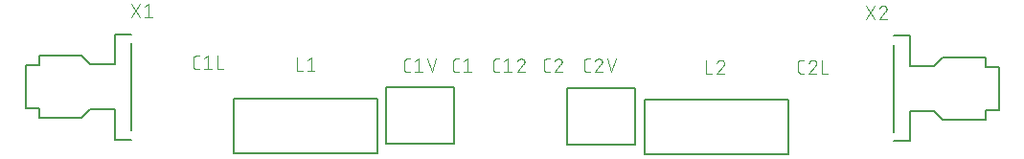
<source format=gbr>
G04 EAGLE Gerber RS-274X export*
G75*
%MOMM*%
%FSLAX34Y34*%
%LPD*%
%INSilkscreen Top*%
%IPPOS*%
%AMOC8*
5,1,8,0,0,1.08239X$1,22.5*%
G01*
%ADD10C,0.101600*%
%ADD11C,0.127000*%
%ADD12C,0.203200*%


D10*
X300341Y103378D02*
X297744Y103378D01*
X297645Y103380D01*
X297545Y103386D01*
X297446Y103395D01*
X297348Y103408D01*
X297250Y103425D01*
X297152Y103446D01*
X297056Y103471D01*
X296961Y103499D01*
X296867Y103531D01*
X296774Y103566D01*
X296682Y103605D01*
X296592Y103648D01*
X296504Y103693D01*
X296417Y103743D01*
X296333Y103795D01*
X296250Y103851D01*
X296170Y103909D01*
X296092Y103971D01*
X296017Y104036D01*
X295944Y104104D01*
X295874Y104174D01*
X295806Y104247D01*
X295741Y104322D01*
X295679Y104400D01*
X295621Y104480D01*
X295565Y104563D01*
X295513Y104647D01*
X295463Y104734D01*
X295418Y104822D01*
X295375Y104912D01*
X295336Y105004D01*
X295301Y105097D01*
X295269Y105191D01*
X295241Y105286D01*
X295216Y105382D01*
X295195Y105480D01*
X295178Y105578D01*
X295165Y105676D01*
X295156Y105775D01*
X295150Y105875D01*
X295148Y105974D01*
X295148Y112466D01*
X295150Y112565D01*
X295156Y112665D01*
X295165Y112764D01*
X295178Y112862D01*
X295195Y112960D01*
X295216Y113058D01*
X295241Y113154D01*
X295269Y113249D01*
X295301Y113343D01*
X295336Y113436D01*
X295375Y113528D01*
X295418Y113618D01*
X295463Y113706D01*
X295513Y113793D01*
X295565Y113877D01*
X295621Y113960D01*
X295679Y114040D01*
X295741Y114118D01*
X295806Y114193D01*
X295874Y114266D01*
X295944Y114336D01*
X296017Y114404D01*
X296092Y114469D01*
X296170Y114531D01*
X296250Y114589D01*
X296333Y114645D01*
X296417Y114697D01*
X296504Y114747D01*
X296592Y114792D01*
X296682Y114835D01*
X296774Y114874D01*
X296866Y114909D01*
X296961Y114941D01*
X297056Y114969D01*
X297152Y114994D01*
X297250Y115015D01*
X297348Y115032D01*
X297446Y115045D01*
X297545Y115054D01*
X297645Y115060D01*
X297744Y115062D01*
X300341Y115062D01*
X304706Y112466D02*
X307952Y115062D01*
X307952Y103378D01*
X311197Y103378D02*
X304706Y103378D01*
X333304Y103378D02*
X335901Y103378D01*
X333304Y103378D02*
X333205Y103380D01*
X333105Y103386D01*
X333006Y103395D01*
X332908Y103408D01*
X332810Y103425D01*
X332712Y103446D01*
X332616Y103471D01*
X332521Y103499D01*
X332427Y103531D01*
X332334Y103566D01*
X332242Y103605D01*
X332152Y103648D01*
X332064Y103693D01*
X331977Y103743D01*
X331893Y103795D01*
X331810Y103851D01*
X331730Y103909D01*
X331652Y103971D01*
X331577Y104036D01*
X331504Y104104D01*
X331434Y104174D01*
X331366Y104247D01*
X331301Y104322D01*
X331239Y104400D01*
X331181Y104480D01*
X331125Y104563D01*
X331073Y104647D01*
X331023Y104734D01*
X330978Y104822D01*
X330935Y104912D01*
X330896Y105004D01*
X330861Y105097D01*
X330829Y105191D01*
X330801Y105286D01*
X330776Y105382D01*
X330755Y105480D01*
X330738Y105578D01*
X330725Y105676D01*
X330716Y105775D01*
X330710Y105875D01*
X330708Y105974D01*
X330708Y112466D01*
X330710Y112565D01*
X330716Y112665D01*
X330725Y112764D01*
X330738Y112862D01*
X330755Y112960D01*
X330776Y113058D01*
X330801Y113154D01*
X330829Y113249D01*
X330861Y113343D01*
X330896Y113436D01*
X330935Y113528D01*
X330978Y113618D01*
X331023Y113706D01*
X331073Y113793D01*
X331125Y113877D01*
X331181Y113960D01*
X331239Y114040D01*
X331301Y114118D01*
X331366Y114193D01*
X331434Y114266D01*
X331504Y114336D01*
X331577Y114404D01*
X331652Y114469D01*
X331730Y114531D01*
X331810Y114589D01*
X331893Y114645D01*
X331977Y114697D01*
X332064Y114747D01*
X332152Y114792D01*
X332242Y114835D01*
X332334Y114874D01*
X332426Y114909D01*
X332521Y114941D01*
X332616Y114969D01*
X332712Y114994D01*
X332810Y115015D01*
X332908Y115032D01*
X333006Y115045D01*
X333105Y115054D01*
X333205Y115060D01*
X333304Y115062D01*
X335901Y115062D01*
X340266Y112466D02*
X343512Y115062D01*
X343512Y103378D01*
X346757Y103378D02*
X340266Y103378D01*
X355266Y115062D02*
X355373Y115060D01*
X355479Y115054D01*
X355585Y115044D01*
X355691Y115031D01*
X355797Y115013D01*
X355901Y114992D01*
X356005Y114967D01*
X356108Y114938D01*
X356209Y114906D01*
X356309Y114869D01*
X356408Y114829D01*
X356506Y114786D01*
X356602Y114739D01*
X356696Y114688D01*
X356788Y114634D01*
X356878Y114577D01*
X356966Y114517D01*
X357051Y114453D01*
X357134Y114386D01*
X357215Y114316D01*
X357293Y114244D01*
X357369Y114168D01*
X357441Y114090D01*
X357511Y114009D01*
X357578Y113926D01*
X357642Y113841D01*
X357702Y113753D01*
X357759Y113663D01*
X357813Y113571D01*
X357864Y113477D01*
X357911Y113381D01*
X357954Y113283D01*
X357994Y113184D01*
X358031Y113084D01*
X358063Y112983D01*
X358092Y112880D01*
X358117Y112776D01*
X358138Y112672D01*
X358156Y112566D01*
X358169Y112460D01*
X358179Y112354D01*
X358185Y112248D01*
X358187Y112141D01*
X355266Y115062D02*
X355145Y115060D01*
X355024Y115054D01*
X354904Y115044D01*
X354783Y115031D01*
X354664Y115013D01*
X354544Y114992D01*
X354426Y114967D01*
X354309Y114938D01*
X354192Y114905D01*
X354077Y114869D01*
X353963Y114828D01*
X353850Y114785D01*
X353738Y114737D01*
X353629Y114686D01*
X353521Y114631D01*
X353414Y114573D01*
X353310Y114512D01*
X353208Y114447D01*
X353108Y114379D01*
X353010Y114308D01*
X352914Y114234D01*
X352821Y114157D01*
X352731Y114076D01*
X352643Y113993D01*
X352558Y113907D01*
X352475Y113818D01*
X352396Y113727D01*
X352319Y113633D01*
X352246Y113537D01*
X352176Y113439D01*
X352109Y113338D01*
X352045Y113235D01*
X351985Y113130D01*
X351928Y113023D01*
X351874Y112915D01*
X351824Y112805D01*
X351778Y112693D01*
X351735Y112580D01*
X351696Y112465D01*
X357214Y109869D02*
X357293Y109946D01*
X357369Y110027D01*
X357442Y110110D01*
X357512Y110195D01*
X357579Y110283D01*
X357643Y110373D01*
X357703Y110465D01*
X357760Y110560D01*
X357814Y110656D01*
X357865Y110754D01*
X357912Y110854D01*
X357956Y110956D01*
X357996Y111059D01*
X358032Y111163D01*
X358064Y111269D01*
X358093Y111375D01*
X358118Y111483D01*
X358140Y111591D01*
X358157Y111701D01*
X358171Y111810D01*
X358180Y111920D01*
X358186Y112031D01*
X358188Y112141D01*
X357214Y109869D02*
X351696Y103378D01*
X358187Y103378D01*
X70471Y105918D02*
X67874Y105918D01*
X67775Y105920D01*
X67675Y105926D01*
X67576Y105935D01*
X67478Y105948D01*
X67380Y105965D01*
X67282Y105986D01*
X67186Y106011D01*
X67091Y106039D01*
X66997Y106071D01*
X66904Y106106D01*
X66812Y106145D01*
X66722Y106188D01*
X66634Y106233D01*
X66547Y106283D01*
X66463Y106335D01*
X66380Y106391D01*
X66300Y106449D01*
X66222Y106511D01*
X66147Y106576D01*
X66074Y106644D01*
X66004Y106714D01*
X65936Y106787D01*
X65871Y106862D01*
X65809Y106940D01*
X65751Y107020D01*
X65695Y107103D01*
X65643Y107187D01*
X65593Y107274D01*
X65548Y107362D01*
X65505Y107452D01*
X65466Y107544D01*
X65431Y107637D01*
X65399Y107731D01*
X65371Y107826D01*
X65346Y107922D01*
X65325Y108020D01*
X65308Y108118D01*
X65295Y108216D01*
X65286Y108315D01*
X65280Y108415D01*
X65278Y108514D01*
X65278Y115006D01*
X65280Y115105D01*
X65286Y115205D01*
X65295Y115304D01*
X65308Y115402D01*
X65325Y115500D01*
X65346Y115598D01*
X65371Y115694D01*
X65399Y115789D01*
X65431Y115883D01*
X65466Y115976D01*
X65505Y116068D01*
X65548Y116158D01*
X65593Y116246D01*
X65643Y116333D01*
X65695Y116417D01*
X65751Y116500D01*
X65809Y116580D01*
X65871Y116658D01*
X65936Y116733D01*
X66004Y116806D01*
X66074Y116876D01*
X66147Y116944D01*
X66222Y117009D01*
X66300Y117071D01*
X66380Y117129D01*
X66463Y117185D01*
X66547Y117237D01*
X66634Y117287D01*
X66722Y117332D01*
X66812Y117375D01*
X66904Y117414D01*
X66996Y117449D01*
X67091Y117481D01*
X67186Y117509D01*
X67282Y117534D01*
X67380Y117555D01*
X67478Y117572D01*
X67576Y117585D01*
X67675Y117594D01*
X67775Y117600D01*
X67874Y117602D01*
X70471Y117602D01*
X74836Y115006D02*
X78082Y117602D01*
X78082Y105918D01*
X81327Y105918D02*
X74836Y105918D01*
X86670Y105918D02*
X86670Y117602D01*
X86670Y105918D02*
X91863Y105918D01*
D11*
X236220Y90170D02*
X236220Y40170D01*
X296220Y40170D01*
X296220Y90170D01*
X236220Y90170D01*
D10*
X254564Y103378D02*
X257161Y103378D01*
X254564Y103378D02*
X254465Y103380D01*
X254365Y103386D01*
X254266Y103395D01*
X254168Y103408D01*
X254070Y103425D01*
X253972Y103446D01*
X253876Y103471D01*
X253781Y103499D01*
X253687Y103531D01*
X253594Y103566D01*
X253502Y103605D01*
X253412Y103648D01*
X253324Y103693D01*
X253237Y103743D01*
X253153Y103795D01*
X253070Y103851D01*
X252990Y103909D01*
X252912Y103971D01*
X252837Y104036D01*
X252764Y104104D01*
X252694Y104174D01*
X252626Y104247D01*
X252561Y104322D01*
X252499Y104400D01*
X252441Y104480D01*
X252385Y104563D01*
X252333Y104647D01*
X252283Y104734D01*
X252238Y104822D01*
X252195Y104912D01*
X252156Y105004D01*
X252121Y105097D01*
X252089Y105191D01*
X252061Y105286D01*
X252036Y105382D01*
X252015Y105480D01*
X251998Y105578D01*
X251985Y105676D01*
X251976Y105775D01*
X251970Y105875D01*
X251968Y105974D01*
X251968Y112466D01*
X251970Y112565D01*
X251976Y112665D01*
X251985Y112764D01*
X251998Y112862D01*
X252015Y112960D01*
X252036Y113058D01*
X252061Y113154D01*
X252089Y113249D01*
X252121Y113343D01*
X252156Y113436D01*
X252195Y113528D01*
X252238Y113618D01*
X252283Y113706D01*
X252333Y113793D01*
X252385Y113877D01*
X252441Y113960D01*
X252499Y114040D01*
X252561Y114118D01*
X252626Y114193D01*
X252694Y114266D01*
X252764Y114336D01*
X252837Y114404D01*
X252912Y114469D01*
X252990Y114531D01*
X253070Y114589D01*
X253153Y114645D01*
X253237Y114697D01*
X253324Y114747D01*
X253412Y114792D01*
X253502Y114835D01*
X253594Y114874D01*
X253686Y114909D01*
X253781Y114941D01*
X253876Y114969D01*
X253972Y114994D01*
X254070Y115015D01*
X254168Y115032D01*
X254266Y115045D01*
X254365Y115054D01*
X254465Y115060D01*
X254564Y115062D01*
X257161Y115062D01*
X261526Y112466D02*
X264772Y115062D01*
X264772Y103378D01*
X268017Y103378D02*
X261526Y103378D01*
X276202Y103378D02*
X272307Y115062D01*
X280096Y115062D02*
X276202Y103378D01*
X377754Y103378D02*
X380351Y103378D01*
X377754Y103378D02*
X377655Y103380D01*
X377555Y103386D01*
X377456Y103395D01*
X377358Y103408D01*
X377260Y103425D01*
X377162Y103446D01*
X377066Y103471D01*
X376971Y103499D01*
X376877Y103531D01*
X376784Y103566D01*
X376692Y103605D01*
X376602Y103648D01*
X376514Y103693D01*
X376427Y103743D01*
X376343Y103795D01*
X376260Y103851D01*
X376180Y103909D01*
X376102Y103971D01*
X376027Y104036D01*
X375954Y104104D01*
X375884Y104174D01*
X375816Y104247D01*
X375751Y104322D01*
X375689Y104400D01*
X375631Y104480D01*
X375575Y104563D01*
X375523Y104647D01*
X375473Y104734D01*
X375428Y104822D01*
X375385Y104912D01*
X375346Y105004D01*
X375311Y105097D01*
X375279Y105191D01*
X375251Y105286D01*
X375226Y105382D01*
X375205Y105480D01*
X375188Y105578D01*
X375175Y105676D01*
X375166Y105775D01*
X375160Y105875D01*
X375158Y105974D01*
X375158Y112466D01*
X375160Y112565D01*
X375166Y112665D01*
X375175Y112764D01*
X375188Y112862D01*
X375205Y112960D01*
X375226Y113058D01*
X375251Y113154D01*
X375279Y113249D01*
X375311Y113343D01*
X375346Y113436D01*
X375385Y113528D01*
X375428Y113618D01*
X375473Y113706D01*
X375523Y113793D01*
X375575Y113877D01*
X375631Y113960D01*
X375689Y114040D01*
X375751Y114118D01*
X375816Y114193D01*
X375884Y114266D01*
X375954Y114336D01*
X376027Y114404D01*
X376102Y114469D01*
X376180Y114531D01*
X376260Y114589D01*
X376343Y114645D01*
X376427Y114697D01*
X376514Y114747D01*
X376602Y114792D01*
X376692Y114835D01*
X376784Y114874D01*
X376876Y114909D01*
X376971Y114941D01*
X377066Y114969D01*
X377162Y114994D01*
X377260Y115015D01*
X377358Y115032D01*
X377456Y115045D01*
X377555Y115054D01*
X377655Y115060D01*
X377754Y115062D01*
X380351Y115062D01*
X388286Y115062D02*
X388393Y115060D01*
X388499Y115054D01*
X388605Y115044D01*
X388711Y115031D01*
X388817Y115013D01*
X388921Y114992D01*
X389025Y114967D01*
X389128Y114938D01*
X389229Y114906D01*
X389329Y114869D01*
X389428Y114829D01*
X389526Y114786D01*
X389622Y114739D01*
X389716Y114688D01*
X389808Y114634D01*
X389898Y114577D01*
X389986Y114517D01*
X390071Y114453D01*
X390154Y114386D01*
X390235Y114316D01*
X390313Y114244D01*
X390389Y114168D01*
X390461Y114090D01*
X390531Y114009D01*
X390598Y113926D01*
X390662Y113841D01*
X390722Y113753D01*
X390779Y113663D01*
X390833Y113571D01*
X390884Y113477D01*
X390931Y113381D01*
X390974Y113283D01*
X391014Y113184D01*
X391051Y113084D01*
X391083Y112983D01*
X391112Y112880D01*
X391137Y112776D01*
X391158Y112672D01*
X391176Y112566D01*
X391189Y112460D01*
X391199Y112354D01*
X391205Y112248D01*
X391207Y112141D01*
X388286Y115062D02*
X388165Y115060D01*
X388044Y115054D01*
X387924Y115044D01*
X387803Y115031D01*
X387684Y115013D01*
X387564Y114992D01*
X387446Y114967D01*
X387329Y114938D01*
X387212Y114905D01*
X387097Y114869D01*
X386983Y114828D01*
X386870Y114785D01*
X386758Y114737D01*
X386649Y114686D01*
X386541Y114631D01*
X386434Y114573D01*
X386330Y114512D01*
X386228Y114447D01*
X386128Y114379D01*
X386030Y114308D01*
X385934Y114234D01*
X385841Y114157D01*
X385751Y114076D01*
X385663Y113993D01*
X385578Y113907D01*
X385495Y113818D01*
X385416Y113727D01*
X385339Y113633D01*
X385266Y113537D01*
X385196Y113439D01*
X385129Y113338D01*
X385065Y113235D01*
X385005Y113130D01*
X384948Y113023D01*
X384894Y112915D01*
X384844Y112805D01*
X384798Y112693D01*
X384755Y112580D01*
X384716Y112465D01*
X390234Y109869D02*
X390313Y109946D01*
X390389Y110027D01*
X390462Y110110D01*
X390532Y110195D01*
X390599Y110283D01*
X390663Y110373D01*
X390723Y110465D01*
X390780Y110560D01*
X390834Y110656D01*
X390885Y110754D01*
X390932Y110854D01*
X390976Y110956D01*
X391016Y111059D01*
X391052Y111163D01*
X391084Y111269D01*
X391113Y111375D01*
X391138Y111483D01*
X391160Y111591D01*
X391177Y111701D01*
X391191Y111810D01*
X391200Y111920D01*
X391206Y112031D01*
X391208Y112141D01*
X390234Y109869D02*
X384716Y103378D01*
X391207Y103378D01*
X602544Y102108D02*
X605141Y102108D01*
X602544Y102108D02*
X602445Y102110D01*
X602345Y102116D01*
X602246Y102125D01*
X602148Y102138D01*
X602050Y102155D01*
X601952Y102176D01*
X601856Y102201D01*
X601761Y102229D01*
X601667Y102261D01*
X601574Y102296D01*
X601482Y102335D01*
X601392Y102378D01*
X601304Y102423D01*
X601217Y102473D01*
X601133Y102525D01*
X601050Y102581D01*
X600970Y102639D01*
X600892Y102701D01*
X600817Y102766D01*
X600744Y102834D01*
X600674Y102904D01*
X600606Y102977D01*
X600541Y103052D01*
X600479Y103130D01*
X600421Y103210D01*
X600365Y103293D01*
X600313Y103377D01*
X600263Y103464D01*
X600218Y103552D01*
X600175Y103642D01*
X600136Y103734D01*
X600101Y103827D01*
X600069Y103921D01*
X600041Y104016D01*
X600016Y104112D01*
X599995Y104210D01*
X599978Y104308D01*
X599965Y104406D01*
X599956Y104505D01*
X599950Y104605D01*
X599948Y104704D01*
X599948Y111196D01*
X599950Y111295D01*
X599956Y111395D01*
X599965Y111494D01*
X599978Y111592D01*
X599995Y111690D01*
X600016Y111788D01*
X600041Y111884D01*
X600069Y111979D01*
X600101Y112073D01*
X600136Y112166D01*
X600175Y112258D01*
X600218Y112348D01*
X600263Y112436D01*
X600313Y112523D01*
X600365Y112607D01*
X600421Y112690D01*
X600479Y112770D01*
X600541Y112848D01*
X600606Y112923D01*
X600674Y112996D01*
X600744Y113066D01*
X600817Y113134D01*
X600892Y113199D01*
X600970Y113261D01*
X601050Y113319D01*
X601133Y113375D01*
X601217Y113427D01*
X601304Y113477D01*
X601392Y113522D01*
X601482Y113565D01*
X601574Y113604D01*
X601666Y113639D01*
X601761Y113671D01*
X601856Y113699D01*
X601952Y113724D01*
X602050Y113745D01*
X602148Y113762D01*
X602246Y113775D01*
X602345Y113784D01*
X602445Y113790D01*
X602544Y113792D01*
X605141Y113792D01*
X613076Y113792D02*
X613183Y113790D01*
X613289Y113784D01*
X613395Y113774D01*
X613501Y113761D01*
X613607Y113743D01*
X613711Y113722D01*
X613815Y113697D01*
X613918Y113668D01*
X614019Y113636D01*
X614119Y113599D01*
X614218Y113559D01*
X614316Y113516D01*
X614412Y113469D01*
X614506Y113418D01*
X614598Y113364D01*
X614688Y113307D01*
X614776Y113247D01*
X614861Y113183D01*
X614944Y113116D01*
X615025Y113046D01*
X615103Y112974D01*
X615179Y112898D01*
X615251Y112820D01*
X615321Y112739D01*
X615388Y112656D01*
X615452Y112571D01*
X615512Y112483D01*
X615569Y112393D01*
X615623Y112301D01*
X615674Y112207D01*
X615721Y112111D01*
X615764Y112013D01*
X615804Y111914D01*
X615841Y111814D01*
X615873Y111713D01*
X615902Y111610D01*
X615927Y111506D01*
X615948Y111402D01*
X615966Y111296D01*
X615979Y111190D01*
X615989Y111084D01*
X615995Y110978D01*
X615997Y110871D01*
X613076Y113792D02*
X612955Y113790D01*
X612834Y113784D01*
X612714Y113774D01*
X612593Y113761D01*
X612474Y113743D01*
X612354Y113722D01*
X612236Y113697D01*
X612119Y113668D01*
X612002Y113635D01*
X611887Y113599D01*
X611773Y113558D01*
X611660Y113515D01*
X611548Y113467D01*
X611439Y113416D01*
X611331Y113361D01*
X611224Y113303D01*
X611120Y113242D01*
X611018Y113177D01*
X610918Y113109D01*
X610820Y113038D01*
X610724Y112964D01*
X610631Y112887D01*
X610541Y112806D01*
X610453Y112723D01*
X610368Y112637D01*
X610285Y112548D01*
X610206Y112457D01*
X610129Y112363D01*
X610056Y112267D01*
X609986Y112169D01*
X609919Y112068D01*
X609855Y111965D01*
X609795Y111860D01*
X609738Y111753D01*
X609684Y111645D01*
X609634Y111535D01*
X609588Y111423D01*
X609545Y111310D01*
X609506Y111195D01*
X615024Y108599D02*
X615103Y108676D01*
X615179Y108757D01*
X615252Y108840D01*
X615322Y108925D01*
X615389Y109013D01*
X615453Y109103D01*
X615513Y109195D01*
X615570Y109290D01*
X615624Y109386D01*
X615675Y109484D01*
X615722Y109584D01*
X615766Y109686D01*
X615806Y109789D01*
X615842Y109893D01*
X615874Y109999D01*
X615903Y110105D01*
X615928Y110213D01*
X615950Y110321D01*
X615967Y110431D01*
X615981Y110540D01*
X615990Y110650D01*
X615996Y110761D01*
X615998Y110871D01*
X615024Y108599D02*
X609506Y102108D01*
X615997Y102108D01*
X621340Y102108D02*
X621340Y113792D01*
X621340Y102108D02*
X626533Y102108D01*
D11*
X396240Y88900D02*
X396240Y38900D01*
X456240Y38900D01*
X456240Y88900D01*
X396240Y88900D01*
D10*
X413314Y103378D02*
X415911Y103378D01*
X413314Y103378D02*
X413215Y103380D01*
X413115Y103386D01*
X413016Y103395D01*
X412918Y103408D01*
X412820Y103425D01*
X412722Y103446D01*
X412626Y103471D01*
X412531Y103499D01*
X412437Y103531D01*
X412344Y103566D01*
X412252Y103605D01*
X412162Y103648D01*
X412074Y103693D01*
X411987Y103743D01*
X411903Y103795D01*
X411820Y103851D01*
X411740Y103909D01*
X411662Y103971D01*
X411587Y104036D01*
X411514Y104104D01*
X411444Y104174D01*
X411376Y104247D01*
X411311Y104322D01*
X411249Y104400D01*
X411191Y104480D01*
X411135Y104563D01*
X411083Y104647D01*
X411033Y104734D01*
X410988Y104822D01*
X410945Y104912D01*
X410906Y105004D01*
X410871Y105097D01*
X410839Y105191D01*
X410811Y105286D01*
X410786Y105382D01*
X410765Y105480D01*
X410748Y105578D01*
X410735Y105676D01*
X410726Y105775D01*
X410720Y105875D01*
X410718Y105974D01*
X410718Y112466D01*
X410720Y112565D01*
X410726Y112665D01*
X410735Y112764D01*
X410748Y112862D01*
X410765Y112960D01*
X410786Y113058D01*
X410811Y113154D01*
X410839Y113249D01*
X410871Y113343D01*
X410906Y113436D01*
X410945Y113528D01*
X410988Y113618D01*
X411033Y113706D01*
X411083Y113793D01*
X411135Y113877D01*
X411191Y113960D01*
X411249Y114040D01*
X411311Y114118D01*
X411376Y114193D01*
X411444Y114266D01*
X411514Y114336D01*
X411587Y114404D01*
X411662Y114469D01*
X411740Y114531D01*
X411820Y114589D01*
X411903Y114645D01*
X411987Y114697D01*
X412074Y114747D01*
X412162Y114792D01*
X412252Y114835D01*
X412344Y114874D01*
X412436Y114909D01*
X412531Y114941D01*
X412626Y114969D01*
X412722Y114994D01*
X412820Y115015D01*
X412918Y115032D01*
X413016Y115045D01*
X413115Y115054D01*
X413215Y115060D01*
X413314Y115062D01*
X415911Y115062D01*
X423846Y115062D02*
X423953Y115060D01*
X424059Y115054D01*
X424165Y115044D01*
X424271Y115031D01*
X424377Y115013D01*
X424481Y114992D01*
X424585Y114967D01*
X424688Y114938D01*
X424789Y114906D01*
X424889Y114869D01*
X424988Y114829D01*
X425086Y114786D01*
X425182Y114739D01*
X425276Y114688D01*
X425368Y114634D01*
X425458Y114577D01*
X425546Y114517D01*
X425631Y114453D01*
X425714Y114386D01*
X425795Y114316D01*
X425873Y114244D01*
X425949Y114168D01*
X426021Y114090D01*
X426091Y114009D01*
X426158Y113926D01*
X426222Y113841D01*
X426282Y113753D01*
X426339Y113663D01*
X426393Y113571D01*
X426444Y113477D01*
X426491Y113381D01*
X426534Y113283D01*
X426574Y113184D01*
X426611Y113084D01*
X426643Y112983D01*
X426672Y112880D01*
X426697Y112776D01*
X426718Y112672D01*
X426736Y112566D01*
X426749Y112460D01*
X426759Y112354D01*
X426765Y112248D01*
X426767Y112141D01*
X423846Y115062D02*
X423725Y115060D01*
X423604Y115054D01*
X423484Y115044D01*
X423363Y115031D01*
X423244Y115013D01*
X423124Y114992D01*
X423006Y114967D01*
X422889Y114938D01*
X422772Y114905D01*
X422657Y114869D01*
X422543Y114828D01*
X422430Y114785D01*
X422318Y114737D01*
X422209Y114686D01*
X422101Y114631D01*
X421994Y114573D01*
X421890Y114512D01*
X421788Y114447D01*
X421688Y114379D01*
X421590Y114308D01*
X421494Y114234D01*
X421401Y114157D01*
X421311Y114076D01*
X421223Y113993D01*
X421138Y113907D01*
X421055Y113818D01*
X420976Y113727D01*
X420899Y113633D01*
X420826Y113537D01*
X420756Y113439D01*
X420689Y113338D01*
X420625Y113235D01*
X420565Y113130D01*
X420508Y113023D01*
X420454Y112915D01*
X420404Y112805D01*
X420358Y112693D01*
X420315Y112580D01*
X420276Y112465D01*
X425794Y109869D02*
X425873Y109946D01*
X425949Y110027D01*
X426022Y110110D01*
X426092Y110195D01*
X426159Y110283D01*
X426223Y110373D01*
X426283Y110465D01*
X426340Y110560D01*
X426394Y110656D01*
X426445Y110754D01*
X426492Y110854D01*
X426536Y110956D01*
X426576Y111059D01*
X426612Y111163D01*
X426644Y111269D01*
X426673Y111375D01*
X426698Y111483D01*
X426720Y111591D01*
X426737Y111701D01*
X426751Y111810D01*
X426760Y111920D01*
X426766Y112031D01*
X426768Y112141D01*
X425794Y109869D02*
X420276Y103378D01*
X426767Y103378D01*
X434952Y103378D02*
X431057Y115062D01*
X438846Y115062D02*
X434952Y103378D01*
D11*
X228600Y80010D02*
X101600Y80010D01*
X101600Y31710D01*
X228600Y31710D01*
X228600Y80010D01*
D10*
X156718Y104648D02*
X156718Y116332D01*
X156718Y104648D02*
X161911Y104648D01*
X166220Y113736D02*
X169466Y116332D01*
X169466Y104648D01*
X166220Y104648D02*
X172712Y104648D01*
D11*
X464820Y78740D02*
X591820Y78740D01*
X464820Y78740D02*
X464820Y30440D01*
X591820Y30440D01*
X591820Y78740D01*
D10*
X518668Y102108D02*
X518668Y113792D01*
X518668Y102108D02*
X523861Y102108D01*
X534662Y110871D02*
X534660Y110978D01*
X534654Y111084D01*
X534644Y111190D01*
X534631Y111296D01*
X534613Y111402D01*
X534592Y111506D01*
X534567Y111610D01*
X534538Y111713D01*
X534506Y111814D01*
X534469Y111914D01*
X534429Y112013D01*
X534386Y112111D01*
X534339Y112207D01*
X534288Y112301D01*
X534234Y112393D01*
X534177Y112483D01*
X534117Y112571D01*
X534053Y112656D01*
X533986Y112739D01*
X533916Y112820D01*
X533844Y112898D01*
X533768Y112974D01*
X533690Y113046D01*
X533609Y113116D01*
X533526Y113183D01*
X533441Y113247D01*
X533353Y113307D01*
X533263Y113364D01*
X533171Y113418D01*
X533077Y113469D01*
X532981Y113516D01*
X532883Y113559D01*
X532784Y113599D01*
X532684Y113636D01*
X532583Y113668D01*
X532480Y113697D01*
X532376Y113722D01*
X532272Y113743D01*
X532166Y113761D01*
X532060Y113774D01*
X531954Y113784D01*
X531848Y113790D01*
X531741Y113792D01*
X531620Y113790D01*
X531499Y113784D01*
X531379Y113774D01*
X531258Y113761D01*
X531139Y113743D01*
X531019Y113722D01*
X530901Y113697D01*
X530784Y113668D01*
X530667Y113635D01*
X530552Y113599D01*
X530438Y113558D01*
X530325Y113515D01*
X530213Y113467D01*
X530104Y113416D01*
X529996Y113361D01*
X529889Y113303D01*
X529785Y113242D01*
X529683Y113177D01*
X529583Y113109D01*
X529485Y113038D01*
X529389Y112964D01*
X529296Y112887D01*
X529206Y112806D01*
X529118Y112723D01*
X529033Y112637D01*
X528950Y112548D01*
X528871Y112457D01*
X528794Y112363D01*
X528721Y112267D01*
X528651Y112169D01*
X528584Y112068D01*
X528520Y111965D01*
X528460Y111860D01*
X528403Y111753D01*
X528349Y111645D01*
X528299Y111535D01*
X528253Y111423D01*
X528210Y111310D01*
X528171Y111195D01*
X533688Y108599D02*
X533767Y108676D01*
X533843Y108757D01*
X533916Y108840D01*
X533986Y108925D01*
X534053Y109013D01*
X534117Y109103D01*
X534177Y109195D01*
X534234Y109290D01*
X534288Y109386D01*
X534339Y109484D01*
X534386Y109584D01*
X534430Y109686D01*
X534470Y109789D01*
X534506Y109893D01*
X534538Y109999D01*
X534567Y110105D01*
X534592Y110213D01*
X534614Y110321D01*
X534631Y110431D01*
X534645Y110540D01*
X534654Y110650D01*
X534660Y110761D01*
X534662Y110871D01*
X533688Y108599D02*
X528170Y102108D01*
X534662Y102108D01*
D12*
X-4070Y70170D02*
X-4070Y43670D01*
X-4070Y70170D02*
X-25570Y70170D01*
X-33070Y62670D01*
X-71070Y62670D01*
X-71070Y71170D01*
X-82820Y71170D01*
X-82820Y109170D01*
X-71070Y109170D01*
X-71070Y117670D01*
X-33070Y117670D01*
X-25570Y110170D01*
X-4070Y110170D01*
X-4070Y136670D01*
X10430Y128670D02*
X10430Y51670D01*
X10430Y136670D02*
X-4070Y136670D01*
X-4070Y43670D02*
X10430Y43670D01*
D10*
X10668Y151638D02*
X18457Y163322D01*
X10668Y163322D02*
X18457Y151638D01*
X22747Y160726D02*
X25993Y163322D01*
X25993Y151638D01*
X29238Y151638D02*
X22747Y151638D01*
D12*
X698760Y135400D02*
X698760Y108900D01*
X720260Y108900D01*
X727760Y116400D01*
X765760Y116400D01*
X765760Y107900D01*
X777510Y107900D01*
X777510Y69900D01*
X765760Y69900D01*
X765760Y61400D01*
X727760Y61400D01*
X720260Y68900D01*
X698760Y68900D01*
X698760Y42400D01*
X684260Y50400D02*
X684260Y127400D01*
X684260Y42400D02*
X698760Y42400D01*
X698760Y135400D02*
X684260Y135400D01*
D10*
X659638Y150368D02*
X667427Y162052D01*
X659638Y162052D02*
X667427Y150368D01*
X678208Y159131D02*
X678206Y159238D01*
X678200Y159344D01*
X678190Y159450D01*
X678177Y159556D01*
X678159Y159662D01*
X678138Y159766D01*
X678113Y159870D01*
X678084Y159973D01*
X678052Y160074D01*
X678015Y160174D01*
X677975Y160273D01*
X677932Y160371D01*
X677885Y160467D01*
X677834Y160561D01*
X677780Y160653D01*
X677723Y160743D01*
X677663Y160831D01*
X677599Y160916D01*
X677532Y160999D01*
X677462Y161080D01*
X677390Y161158D01*
X677314Y161234D01*
X677236Y161306D01*
X677155Y161376D01*
X677072Y161443D01*
X676987Y161507D01*
X676899Y161567D01*
X676809Y161624D01*
X676717Y161678D01*
X676623Y161729D01*
X676527Y161776D01*
X676429Y161819D01*
X676330Y161859D01*
X676230Y161896D01*
X676129Y161928D01*
X676026Y161957D01*
X675922Y161982D01*
X675818Y162003D01*
X675712Y162021D01*
X675606Y162034D01*
X675500Y162044D01*
X675394Y162050D01*
X675287Y162052D01*
X675166Y162050D01*
X675045Y162044D01*
X674925Y162034D01*
X674804Y162021D01*
X674685Y162003D01*
X674565Y161982D01*
X674447Y161957D01*
X674330Y161928D01*
X674213Y161895D01*
X674098Y161859D01*
X673984Y161818D01*
X673871Y161775D01*
X673759Y161727D01*
X673650Y161676D01*
X673542Y161621D01*
X673435Y161563D01*
X673331Y161502D01*
X673229Y161437D01*
X673129Y161369D01*
X673031Y161298D01*
X672935Y161224D01*
X672842Y161147D01*
X672752Y161066D01*
X672664Y160983D01*
X672579Y160897D01*
X672496Y160808D01*
X672417Y160717D01*
X672340Y160623D01*
X672267Y160527D01*
X672197Y160429D01*
X672130Y160328D01*
X672066Y160225D01*
X672006Y160120D01*
X671949Y160013D01*
X671895Y159905D01*
X671845Y159795D01*
X671799Y159683D01*
X671756Y159570D01*
X671717Y159455D01*
X677235Y156859D02*
X677314Y156936D01*
X677390Y157017D01*
X677463Y157100D01*
X677533Y157185D01*
X677600Y157273D01*
X677664Y157363D01*
X677724Y157455D01*
X677781Y157550D01*
X677835Y157646D01*
X677886Y157744D01*
X677933Y157844D01*
X677977Y157946D01*
X678017Y158049D01*
X678053Y158153D01*
X678085Y158259D01*
X678114Y158365D01*
X678139Y158473D01*
X678161Y158581D01*
X678178Y158691D01*
X678192Y158800D01*
X678201Y158910D01*
X678207Y159021D01*
X678209Y159131D01*
X677235Y156859D02*
X671717Y150368D01*
X678208Y150368D01*
M02*

</source>
